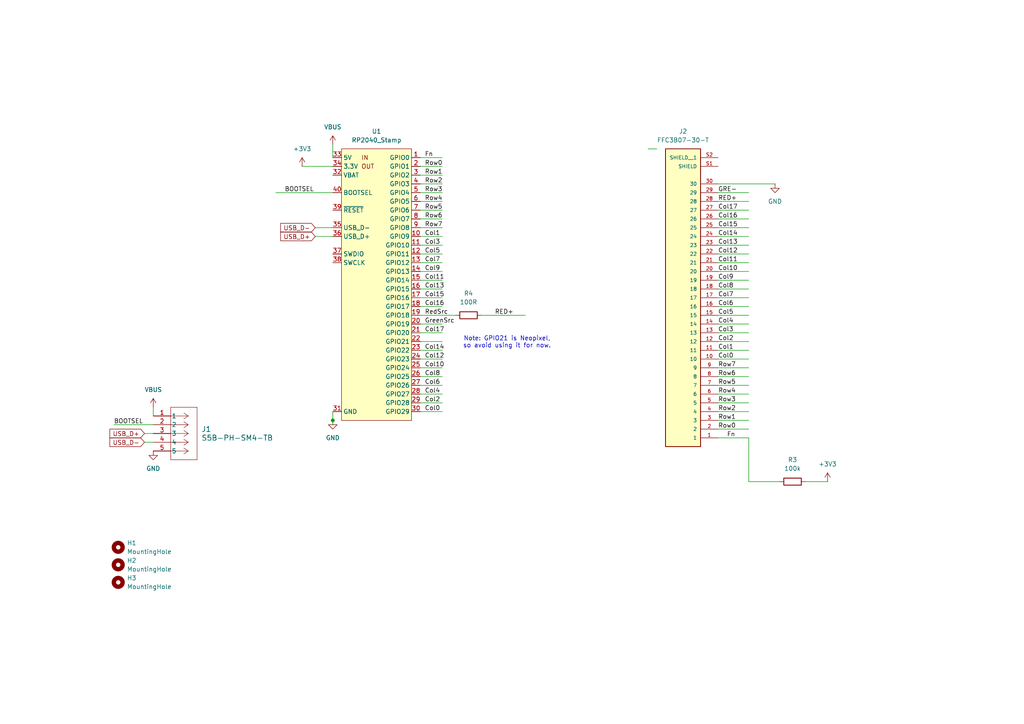
<source format=kicad_sch>
(kicad_sch (version 20231120) (generator "eeschema") (generator_version "8.0")
  (paper "A4")
  (lib_symbols
    (symbol "Device:R" (pin_numbers hide) (pin_names (offset 0))
      (property "Reference" "R" (at 2.032 0 90))
      (property "Value" "R" (at 0 0 90))
      (symbol "R_0_1"
        (rectangle (start -1.016 -2.54) (end 1.016 2.54) (stroke (width 0.254)))
      )
      (symbol "R_1_1"
        (pin passive line (at 0 3.81 270) (length 1.27) (name "~") (number "1"))
        (pin passive line (at 0 -3.81 90) (length 1.27) (name "~") (number "2"))
      )
    )
    (symbol "Mechanical:MountingHole" (pin_names (offset 1.016)) (exclude_from_sim yes) (in_bom no)
      (property "Reference" "H" (at 0 5.08 0))
      (property "Value" "MountingHole" (at 0 3.175 0))
      (symbol "MountingHole_0_1"
        (circle (center 0 0) (radius 1.27) (stroke (width 1.27)))
      )
    )
    (symbol "connector:FFC3B07-30-T" (pin_names (offset 1.016))
      (property "Reference" "J" (at -5.08 41.402 0))
      (property "Value" "FFC3B07-30-T" (at -5.08 -48.26 0))
      (symbol "FFC3B07-30-T_0_0"
        (rectangle (start -5.08 -45.72) (end 5.08 40.64) (stroke (width 0.254)) (fill (type background)))
        (pin passive line (at -10.16 38.1 0) (length 5.08) (name "1") (number "1"))
        (pin passive line (at -10.16 15.24 0) (length 5.08) (name "10") (number "10"))
        (pin passive line (at -10.16 12.7 0) (length 5.08) (name "11") (number "11"))
        (pin passive line (at -10.16 10.16 0) (length 5.08) (name "12") (number "12"))
        (pin passive line (at -10.16 7.62 0) (length 5.08) (name "13") (number "13"))
        (pin passive line (at -10.16 5.08 0) (length 5.08) (name "14") (number "14"))
        (pin passive line (at -10.16 2.54 0) (length 5.08) (name "15") (number "15"))
        (pin passive line (at -10.16 0 0) (length 5.08) (name "16") (number "16"))
        (pin passive line (at -10.16 -2.54 0) (length 5.08) (name "17") (number "17"))
        (pin passive line (at -10.16 -5.08 0) (length 5.08) (name "18") (number "18"))
        (pin passive line (at -10.16 -7.62 0) (length 5.08) (name "19") (number "19"))
        (pin passive line (at -10.16 35.56 0) (length 5.08) (name "2") (number "2"))
        (pin passive line (at -10.16 -10.16 0) (length 5.08) (name "20") (number "20"))
        (pin passive line (at -10.16 -12.7 0) (length 5.08) (name "21") (number "21"))
        (pin passive line (at -10.16 -15.24 0) (length 5.08) (name "22") (number "22"))
        (pin passive line (at -10.16 -17.78 0) (length 5.08) (name "23") (number "23"))
        (pin passive line (at -10.16 -20.32 0) (length 5.08) (name "24") (number "24"))
        (pin passive line (at -10.16 -22.86 0) (length 5.08) (name "25") (number "25"))
        (pin passive line (at -10.16 -25.4 0) (length 5.08) (name "26") (number "26"))
        (pin passive line (at -10.16 -27.94 0) (length 5.08) (name "27") (number "27"))
        (pin passive line (at -10.16 -30.48 0) (length 5.08) (name "28") (number "28"))
        (pin passive line (at -10.16 -33.02 0) (length 5.08) (name "29") (number "29"))
        (pin passive line (at -10.16 33.02 0) (length 5.08) (name "3") (number "3"))
        (pin passive line (at -10.16 -35.56 0) (length 5.08) (name "30") (number "30"))
        (pin passive line (at -10.16 30.48 0) (length 5.08) (name "4") (number "4"))
        (pin passive line (at -10.16 27.94 0) (length 5.08) (name "5") (number "5"))
        (pin passive line (at -10.16 25.4 0) (length 5.08) (name "6") (number "6"))
        (pin passive line (at -10.16 22.86 0) (length 5.08) (name "7") (number "7"))
        (pin passive line (at -10.16 20.32 0) (length 5.08) (name "8") (number "8"))
        (pin passive line (at -10.16 17.78 0) (length 5.08) (name "9") (number "9"))
        (pin passive line (at -10.16 -40.64 0) (length 5.08) (name "SHIELD") (number "S1"))
        (pin passive line (at -10.16 -43.18 0) (length 5.08) (name "SHIELD__1") (number "S2"))
      )
    )
    (symbol "connector:S5B-PH-SM4-TB" (pin_names (offset 0.254))
      (property "Reference" "J" (at 8.89 6.35 0))
      (property "Value" "S5B-PH-SM4-TB" (at 0 0 0))
      (symbol "S5B-PH-SM4-TB_1_1"
        (polyline (pts (xy 5.08 -12.7) (xy 12.7 -12.7)) (stroke (width 0.127)))
        (polyline (pts (xy 5.08 2.54) (xy 5.08 -12.7)) (stroke (width 0.127)))
        (polyline (pts (xy 10.16 -10.16) (xy 5.08 -10.16)) (stroke (width 0.127)))
        (polyline (pts (xy 10.16 -10.16) (xy 8.89 -11.0067)) (stroke (width 0.127)))
        (polyline (pts (xy 10.16 -10.16) (xy 8.89 -9.3133)) (stroke (width 0.127)))
        (polyline (pts (xy 10.16 -7.62) (xy 5.08 -7.62)) (stroke (width 0.127)))
        (polyline (pts (xy 10.16 -7.62) (xy 8.89 -8.4667)) (stroke (width 0.127)))
        (polyline (pts (xy 10.16 -7.62) (xy 8.89 -6.7733)) (stroke (width 0.127)))
        (polyline (pts (xy 10.16 -5.08) (xy 5.08 -5.08)) (stroke (width 0.127)))
        (polyline (pts (xy 10.16 -5.08) (xy 8.89 -5.9267)) (stroke (width 0.127)))
        (polyline (pts (xy 10.16 -5.08) (xy 8.89 -4.2333)) (stroke (width 0.127)))
        (polyline (pts (xy 10.16 -2.54) (xy 5.08 -2.54)) (stroke (width 0.127)))
        (polyline (pts (xy 10.16 -2.54) (xy 8.89 -3.3867)) (stroke (width 0.127)))
        (polyline (pts (xy 10.16 -2.54) (xy 8.89 -1.6933)) (stroke (width 0.127)))
        (polyline (pts (xy 10.16 0) (xy 5.08 0)) (stroke (width 0.127)))
        (polyline (pts (xy 10.16 0) (xy 8.89 -0.8467)) (stroke (width 0.127)))
        (polyline (pts (xy 10.16 0) (xy 8.89 0.8467)) (stroke (width 0.127)))
        (polyline (pts (xy 12.7 -12.7) (xy 12.7 2.54)) (stroke (width 0.127)))
        (polyline (pts (xy 12.7 2.54) (xy 5.08 2.54)) (stroke (width 0.127)))
        (pin unspecified line (at 0 0 0) (length 5.08) (name "1") (number "1"))
        (pin unspecified line (at 0 -2.54 0) (length 5.08) (name "2") (number "2"))
        (pin unspecified line (at 0 -5.08 0) (length 5.08) (name "3") (number "3"))
        (pin unspecified line (at 0 -7.62 0) (length 5.08) (name "4") (number "4"))
        (pin unspecified line (at 0 -10.16 0) (length 5.08) (name "5") (number "5"))
      )
      (symbol "S5B-PH-SM4-TB_1_2"
        (polyline (pts (xy 5.08 -12.7) (xy 12.7 -12.7)) (stroke (width 0.127)))
        (polyline (pts (xy 5.08 2.54) (xy 5.08 -12.7)) (stroke (width 0.127)))
        (polyline (pts (xy 7.62 -10.16) (xy 5.08 -10.16)) (stroke (width 0.127)))
        (polyline (pts (xy 7.62 -10.16) (xy 8.89 -11.0067)) (stroke (width 0.127)))
        (polyline (pts (xy 7.62 -10.16) (xy 8.89 -9.3133)) (stroke (width 0.127)))
        (polyline (pts (xy 7.62 -7.62) (xy 5.08 -7.62)) (stroke (width 0.127)))
        (polyline (pts (xy 7.62 -7.62) (xy 8.89 -8.4667)) (stroke (width 0.127)))
        (polyline (pts (xy 7.62 -7.62) (xy 8.89 -6.7733)) (stroke (width 0.127)))
        (polyline (pts (xy 7.62 -5.08) (xy 5.08 -5.08)) (stroke (width 0.127)))
        (polyline (pts (xy 7.62 -5.08) (xy 8.89 -5.9267)) (stroke (width 0.127)))
        (polyline (pts (xy 7.62 -5.08) (xy 8.89 -4.2333)) (stroke (width 0.127)))
        (polyline (pts (xy 7.62 -2.54) (xy 5.08 -2.54)) (stroke (width 0.127)))
        (polyline (pts (xy 7.62 -2.54) (xy 8.89 -3.3867)) (stroke (width 0.127)))
        (polyline (pts (xy 7.62 -2.54) (xy 8.89 -1.6933)) (stroke (width 0.127)))
        (polyline (pts (xy 7.62 0) (xy 5.08 0)) (stroke (width 0.127)))
        (polyline (pts (xy 7.62 0) (xy 8.89 -0.8467)) (stroke (width 0.127)))
        (polyline (pts (xy 7.62 0) (xy 8.89 0.8467)) (stroke (width 0.127)))
        (polyline (pts (xy 12.7 -12.7) (xy 12.7 2.54)) (stroke (width 0.127)))
        (polyline (pts (xy 12.7 2.54) (xy 5.08 2.54)) (stroke (width 0.127)))
        (pin unspecified line (at 0 0 0) (length 5.08) (name "1") (number "1"))
        (pin unspecified line (at 0 -2.54 0) (length 5.08) (name "2") (number "2"))
        (pin unspecified line (at 0 -5.08 0) (length 5.08) (name "3") (number "3"))
        (pin unspecified line (at 0 -7.62 0) (length 5.08) (name "4") (number "4"))
        (pin unspecified line (at 0 -10.16 0) (length 5.08) (name "5") (number "5"))
      )
    )
    (symbol "power:+3V3" (power) (pin_numbers hide) (pin_names (offset 0) hide)
      (property "Value" "+3V3" (at 0 3.556 0))
      (symbol "+3V3_0_1"
        (polyline (pts (xy -0.762 1.27) (xy 0 2.54)))
        (polyline (pts (xy 0 0) (xy 0 2.54)))
        (polyline (pts (xy 0 2.54) (xy 0.762 1.27)))
      )
      (symbol "+3V3_1_1"
        (pin power_in line (at 0 0 90) (length 0) (name "~") (number "1"))
      )
    )
    (symbol "power:GND" (power) (pin_numbers hide) (pin_names (offset 0) hide)
      (property "Value" "GND" (at 0 -3.81 0))
      (symbol "GND_0_1"
        (polyline (pts (xy 0 0) (xy 0 -1.27) (xy 1.27 -1.27) (xy 0 -2.54) (xy -1.27 -1.27) (xy 0 -1.27)))
      )
      (symbol "GND_1_1"
        (pin power_in line (at 0 0 270) (length 0) (name "~") (number "1"))
      )
    )
    (symbol "power:VBUS" (power) (pin_numbers hide) (pin_names (offset 0) hide)
      (property "Value" "VBUS" (at 0 3.556 0))
      (symbol "VBUS_0_1"
        (polyline (pts (xy -0.762 1.27) (xy 0 2.54)))
        (polyline (pts (xy 0 0) (xy 0 2.54)))
        (polyline (pts (xy 0 2.54) (xy 0.762 1.27)))
      )
      (symbol "VBUS_1_1"
        (pin power_in line (at 0 0 90) (length 0) (name "~") (number "1"))
      )
    )
    (symbol "sbc:RP2040_Stamp"
      (property "Reference" "U" (at 10.16 43.18 0))
      (property "Value" "RP2040_Stamp" (at 0 -38.1 0))
      (symbol "RP2040_Stamp_0_0"
        (text "IN" (at -4.445 39.37 0) (effects (font (size 1.27 1.27)) (justify left)))
        (text "OUT" (at -4.445 36.83 0) (effects (font (size 1.27 1.27)) (justify left)))
        (pin bidirectional line (at 12.7 39.37 180) (length 2.54) (name "GPIO0") (number "1"))
        (pin bidirectional line (at 12.7 16.51 180) (length 2.54) (name "GPIO9") (number "10"))
        (pin bidirectional line (at 12.7 13.97 180) (length 2.54) (name "GPIO10") (number "11"))
        (pin bidirectional line (at 12.7 11.43 180) (length 2.54) (name "GPIO11") (number "12"))
        (pin bidirectional line (at 12.7 8.89 180) (length 2.54) (name "GPIO12") (number "13"))
        (pin bidirectional line (at 12.7 6.35 180) (length 2.54) (name "GPIO13") (number "14"))
        (pin bidirectional line (at 12.7 3.81 180) (length 2.54) (name "GPIO14") (number "15"))
        (pin bidirectional line (at 12.7 1.27 180) (length 2.54) (name "GPIO15") (number "16"))
        (pin bidirectional line (at 12.7 -1.27 180) (length 2.54) (name "GPIO16") (number "17"))
        (pin bidirectional line (at 12.7 -3.81 180) (length 2.54) (name "GPIO17") (number "18"))
        (pin bidirectional line (at 12.7 -6.35 180) (length 2.54) (name "GPIO18") (number "19"))
        (pin bidirectional line (at 12.7 36.83 180) (length 2.54) (name "GPIO1") (number "2"))
        (pin bidirectional line (at 12.7 -8.89 180) (length 2.54) (name "GPIO19") (number "20"))
        (pin bidirectional line (at 12.7 -11.43 180) (length 2.54) (name "GPIO20") (number "21"))
        (pin bidirectional line (at 12.7 -13.97 180) (length 2.54) (name "GPIO21") (number "22"))
        (pin bidirectional line (at 12.7 -16.51 180) (length 2.54) (name "GPIO22") (number "23"))
        (pin bidirectional line (at 12.7 -19.05 180) (length 2.54) (name "GPIO23") (number "24"))
        (pin bidirectional line (at 12.7 -21.59 180) (length 2.54) (name "GPIO24") (number "25"))
        (pin bidirectional line (at 12.7 -24.13 180) (length 2.54) (name "GPIO25") (number "26"))
        (pin bidirectional line (at 12.7 -26.67 180) (length 2.54) (name "GPIO26") (number "27"))
        (pin bidirectional line (at 12.7 -29.21 180) (length 2.54) (name "GPIO27") (number "28"))
        (pin bidirectional line (at 12.7 -31.75 180) (length 2.54) (name "GPIO28") (number "29"))
        (pin bidirectional line (at 12.7 34.29 180) (length 2.54) (name "GPIO2") (number "3"))
        (pin bidirectional line (at 12.7 -34.29 180) (length 2.54) (name "GPIO29") (number "30"))
        (pin power_in line (at -12.7 -34.29 0) (length 2.54) (name "GND") (number "31"))
        (pin power_in line (at -12.7 34.29 0) (length 2.54) (name "VBAT") (number "32"))
        (pin power_in line (at -12.7 39.37 0) (length 2.54) (name "5V") (number "33"))
        (pin power_out line (at -12.7 36.83 0) (length 2.54) (name "3.3V") (number "34"))
        (pin bidirectional line (at -12.7 19.05 0) (length 2.54) (name "USB_D-") (number "35"))
        (pin bidirectional line (at -12.7 16.51 0) (length 2.54) (name "USB_D+") (number "36"))
        (pin bidirectional line (at -12.7 11.43 0) (length 2.54) (name "SWDIO") (number "37"))
        (pin input line (at -12.7 8.89 0) (length 2.54) (name "SWCLK") (number "38"))
        (pin bidirectional line (at -12.7 24.13 0) (length 2.54) (name "~{RESET}") (number "39"))
        (pin bidirectional line (at 12.7 31.75 180) (length 2.54) (name "GPIO3") (number "4"))
        (pin input line (at -12.7 29.21 0) (length 2.54) (name "BOOTSEL") (number "40"))
        (pin bidirectional line (at 12.7 29.21 180) (length 2.54) (name "GPIO4") (number "5"))
        (pin bidirectional line (at 12.7 26.67 180) (length 2.54) (name "GPIO5") (number "6"))
        (pin bidirectional line (at 12.7 24.13 180) (length 2.54) (name "GPIO6") (number "7"))
        (pin bidirectional line (at 12.7 21.59 180) (length 2.54) (name "GPIO7") (number "8"))
        (pin bidirectional line (at 12.7 19.05 180) (length 2.54) (name "GPIO8") (number "9"))
      )
      (symbol "RP2040_Stamp_0_1"
        (rectangle (start -10.16 41.91) (end 10.16 -36.83) (stroke (width 0.1524)) (fill (type background)))
      )
    )
  )
  (junction (at 96.52 121.92))
  (wire (pts (xy 208.28 73.66) (xy 217.17 73.66)))
  (wire (pts (xy 96.52 119.38) (xy 96.52 121.92)))
  (wire (pts (xy 208.28 96.52) (xy 217.17 96.52)))
  (wire (pts (xy 208.28 83.82) (xy 217.17 83.82)))
  (wire (pts (xy 121.92 93.98) (xy 128.27 93.98)))
  (wire (pts (xy 187.96 43.18) (xy 190.5 43.18)))
  (wire (pts (xy 121.92 83.82) (xy 128.27 83.82)))
  (wire (pts (xy 208.28 76.2) (xy 217.17 76.2)))
  (wire (pts (xy 217.17 127) (xy 217.17 139.7)))
  (wire (pts (xy 121.92 53.34) (xy 128.27 53.34)))
  (wire (pts (xy 208.28 104.14) (xy 217.17 104.14)))
  (wire (pts (xy 44.45 118.11) (xy 44.45 120.65)))
  (wire (pts (xy 208.28 124.46) (xy 217.17 124.46)))
  (wire (pts (xy 121.92 114.3) (xy 128.27 114.3)))
  (wire (pts (xy 121.92 58.42) (xy 128.27 58.42)))
  (wire (pts (xy 208.28 101.6) (xy 217.17 101.6)))
  (wire (pts (xy 208.28 58.42) (xy 217.17 58.42)))
  (wire (pts (xy 121.92 63.5) (xy 128.27 63.5)))
  (wire (pts (xy 121.92 66.04) (xy 128.27 66.04)))
  (wire (pts (xy 121.92 88.9) (xy 128.27 88.9)))
  (wire (pts (xy 139.7 91.44) (xy 152.4 91.44)))
  (wire (pts (xy 208.28 81.28) (xy 217.17 81.28)))
  (wire (pts (xy 208.28 66.04) (xy 217.17 66.04)))
  (wire (pts (xy 217.17 139.7) (xy 226.06 139.7)))
  (wire (pts (xy 121.92 76.2) (xy 128.27 76.2)))
  (wire (pts (xy 121.92 55.88) (xy 128.27 55.88)))
  (wire (pts (xy 208.28 109.22) (xy 217.17 109.22)))
  (wire (pts (xy 121.92 109.22) (xy 128.27 109.22)))
  (wire (pts (xy 208.28 114.3) (xy 217.17 114.3)))
  (wire (pts (xy 96.52 121.92) (xy 96.52 123.19)))
  (wire (pts (xy 208.28 93.98) (xy 217.17 93.98)))
  (wire (pts (xy 91.44 66.04) (xy 96.52 66.04)))
  (wire (pts (xy 121.92 48.26) (xy 128.27 48.26)))
  (wire (pts (xy 208.28 55.88) (xy 217.17 55.88)))
  (wire (pts (xy 121.92 45.72) (xy 128.27 45.72)))
  (wire (pts (xy 121.92 81.28) (xy 128.27 81.28)))
  (wire (pts (xy 121.92 60.96) (xy 128.27 60.96)))
  (wire (pts (xy 208.28 91.44) (xy 217.17 91.44)))
  (wire (pts (xy 91.44 68.58) (xy 96.52 68.58)))
  (wire (pts (xy 208.28 116.84) (xy 217.17 116.84)))
  (wire (pts (xy 208.28 63.5) (xy 217.17 63.5)))
  (wire (pts (xy 121.92 86.36) (xy 128.27 86.36)))
  (wire (pts (xy 121.92 71.12) (xy 128.27 71.12)))
  (wire (pts (xy 41.91 128.27) (xy 44.45 128.27)))
  (wire (pts (xy 208.28 86.36) (xy 217.17 86.36)))
  (wire (pts (xy 233.68 139.7) (xy 240.03 139.7)))
  (wire (pts (xy 208.28 127) (xy 217.17 127)))
  (wire (pts (xy 208.28 60.96) (xy 217.17 60.96)))
  (wire (pts (xy 33.02 123.19) (xy 44.45 123.19)))
  (wire (pts (xy 208.28 99.06) (xy 217.17 99.06)))
  (wire (pts (xy 208.28 71.12) (xy 217.17 71.12)))
  (wire (pts (xy 121.92 101.6) (xy 128.27 101.6)))
  (wire (pts (xy 121.92 106.68) (xy 128.27 106.68)))
  (wire (pts (xy 121.92 99.06) (xy 128.27 99.06)))
  (wire (pts (xy 208.28 121.92) (xy 217.17 121.92)))
  (wire (pts (xy 121.92 119.38) (xy 128.27 119.38)))
  (wire (pts (xy 208.28 111.76) (xy 217.17 111.76)))
  (wire (pts (xy 121.92 116.84) (xy 128.27 116.84)))
  (wire (pts (xy 224.79 53.34) (xy 208.28 53.34)))
  (wire (pts (xy 208.28 106.68) (xy 217.17 106.68)))
  (wire (pts (xy 121.92 111.76) (xy 128.27 111.76)))
  (wire (pts (xy 208.28 68.58) (xy 217.17 68.58)))
  (wire (pts (xy 121.92 68.58) (xy 128.27 68.58)))
  (wire (pts (xy 96.52 41.91) (xy 96.52 45.72)))
  (wire (pts (xy 208.28 88.9) (xy 217.17 88.9)))
  (wire (pts (xy 208.28 78.74) (xy 217.17 78.74)))
  (wire (pts (xy 80.01 55.88) (xy 96.52 55.88)))
  (wire (pts (xy 121.92 50.8) (xy 128.27 50.8)))
  (wire (pts (xy 87.63 48.26) (xy 96.52 48.26)))
  (wire (pts (xy 121.92 73.66) (xy 128.27 73.66)))
  (wire (pts (xy 41.91 125.73) (xy 44.45 125.73)))
  (wire (pts (xy 208.28 119.38) (xy 217.17 119.38)))
  (wire (pts (xy 121.92 78.74) (xy 128.27 78.74)))
  (wire (pts (xy 121.92 104.14) (xy 128.27 104.14)))
  (wire (pts (xy 121.92 96.52) (xy 128.27 96.52)))
  (wire (pts (xy 121.92 91.44) (xy 132.08 91.44)))
  (text "Note: GPIO21 is Neopixel,\nso avoid using it for now." (at 147.066 99.314 0) (effects (font (size 1.27 1.27))))
  (label "Col9" (at 123.19 78.74 0))
  (label "Col16" (at 208.28 63.5 0))
  (label "Col17" (at 208.28 60.96 0))
  (label "Col2" (at 208.28 99.06 0))
  (label "Row6" (at 123.19 63.5 0))
  (label "Col3" (at 123.19 71.12 0))
  (label "Col0" (at 123.19 119.38 0))
  (label "Col2" (at 123.19 116.84 0))
  (label "Row7" (at 123.19 66.04 0))
  (label "Col15" (at 208.28 66.04 0))
  (label "Col16" (at 123.19 88.9 0))
  (label "Col6" (at 123.19 111.76 0))
  (label "Row7" (at 208.28 106.68 0))
  (label "RED+" (at 143.51 91.44 0))
  (label "Col1" (at 123.19 68.58 0))
  (label "Col11" (at 208.28 76.2 0))
  (label "Col8" (at 123.19 109.22 0))
  (label "Col0" (at 208.28 104.14 0))
  (label "Col4" (at 208.28 93.98 0))
  (label "BOOTSEL" (at 33.02 123.19 0))
  (label "Row1" (at 123.19 50.8 0))
  (label "Col13" (at 123.19 83.82 0))
  (label "Col7" (at 208.28 86.36 0))
  (label "Col1" (at 208.28 101.6 0))
  (label "RED+" (at 208.28 58.42 0))
  (label "Row3" (at 208.28 116.84 0))
  (label "Col12" (at 208.28 73.66 0))
  (label "RedSrc" (at 123.19 91.44 0))
  (label "Col7" (at 123.19 76.2 0))
  (label "Col8" (at 208.28 83.82 0))
  (label "Row1" (at 208.28 121.92 0))
  (label "Row0" (at 123.19 48.26 0))
  (label "Row6" (at 208.28 109.22 0))
  (label "Col14" (at 208.28 68.58 0))
  (label "Col10" (at 123.19 106.68 0))
  (label "BOOTSEL" (at 82.55 55.88 0))
  (label "Col3" (at 208.28 96.52 0))
  (label "Fn" (at 123.19 45.72 0))
  (label "Row4" (at 208.28 114.3 0))
  (label "GreenSrc" (at 123.19 93.98 0))
  (label "Col6" (at 208.28 88.9 0))
  (label "Col9" (at 208.28 81.28 0))
  (label "Row2" (at 208.28 119.38 0))
  (label "Col11" (at 123.19 81.28 0))
  (label "Col12" (at 123.19 104.14 0))
  (label "Fn" (at 210.82 127 0))
  (label "Row5" (at 123.19 60.96 0))
  (label "Col5" (at 123.19 73.66 0))
  (label "Col13" (at 208.28 71.12 0))
  (label "Row2" (at 123.19 53.34 0))
  (label "Row0" (at 208.28 124.46 0))
  (label "Row3" (at 123.19 55.88 0))
  (label "Col5" (at 208.28 91.44 0))
  (label "Col15" (at 123.19 86.36 0))
  (label "GRE-" (at 208.28 55.88 0))
  (label "Col14" (at 123.19 101.6 0))
  (label "Col17" (at 123.19 96.52 0))
  (label "Row5" (at 208.28 111.76 0))
  (label "Col4" (at 123.19 114.3 0))
  (label "Col10" (at 208.28 78.74 0))
  (label "Row4" (at 123.19 58.42 0))
  (global_label "USB_D-" (shape input) (at 91.44 66.04 180) (property "Intersheetrefs" "${INTERSHEET_REFS}" (effects (hide yes))))
  (global_label "USB_D+" (shape input) (at 41.91 125.73 180) (property "Intersheetrefs" "${INTERSHEET_REFS}" (effects (hide yes))))
  (global_label "USB_D-" (shape input) (at 41.91 128.27 180) (property "Intersheetrefs" "${INTERSHEET_REFS}" (effects (hide yes))))
  (global_label "USB_D+" (shape input) (at 91.44 68.58 180) (property "Intersheetrefs" "${INTERSHEET_REFS}" (effects (hide yes))))
  (symbol (lib_id "power:GND") (at 224.79 53.34 0) (unit 1)
    (property "Reference" "#PWR08" (effects (hide yes)))
    (property "Value" "GND" (at 224.79 58.42 0))
    (property "Description" "Power symbol creates a global label with name \"GND\" , ground" (effects (hide yes)))
  )
  (symbol (lib_id "Mechanical:MountingHole") (at 34.29 163.83 0) (unit 1) (exclude_from_sim yes) (in_bom no)
    (property "Reference" "H2" (at 36.83 162.5599 0) (effects (justify left)))
    (property "Value" "MountingHole" (at 36.83 165.0999 0) (effects (justify left)))
    (property "Footprint" "MountingHole:MountingHole_2.2mm_M2" (effects (hide yes)))
    (property "Description" "Mounting Hole without connection" (effects (hide yes)))
  )
  (symbol (lib_id "Device:R") (at 229.87 139.7 90) (unit 1)
    (property "Reference" "R3" (at 229.87 133.35 90))
    (property "Value" "100k" (at 229.87 135.89 90))
    (property "Footprint" "Resistor_SMD:R_1206_3216Metric_Pad1.30x1.75mm_HandSolder" (effects (hide yes)))
    (property "Description" "Resistor" (effects (hide yes)))
  )
  (symbol (lib_id "connector:FFC3B07-30-T") (at 198.12 88.9 180) (unit 1)
    (property "Reference" "J2" (at 198.12 38.1 0))
    (property "Value" "FFC3B07-30-T" (at 198.12 40.64 0))
    (property "Footprint" "connector:FFC3B07_30_T" (effects (hide yes)))
    (property "PARTREV" "A" (effects (hide yes)))
    (property "STANDARD" "Manufacturer Recommendations" (effects (hide yes)))
    (property "MAXIMUM_PACKAGE_HEIGHT" "2.5mm" (effects (hide yes)))
    (property "MANUFACTURER" "GCT" (effects (hide yes)))
  )
  (symbol (lib_id "Mechanical:MountingHole") (at 34.29 158.75 0) (unit 1) (exclude_from_sim yes) (in_bom no)
    (property "Reference" "H1" (at 36.83 157.4799 0) (effects (justify left)))
    (property "Value" "MountingHole" (at 36.83 160.0199 0) (effects (justify left)))
    (property "Footprint" "MountingHole:MountingHole_2.2mm_M2" (effects (hide yes)))
    (property "Description" "Mounting Hole without connection" (effects (hide yes)))
  )
  (symbol (lib_id "power:+3V3") (at 87.63 48.26 0) (unit 1)
    (property "Reference" "#PWR05" (effects (hide yes)))
    (property "Value" "+3V3" (at 87.63 43.18 0))
    (property "Description" "Power symbol creates a global label with name \"+3V3\"" (effects (hide yes)))
  )
  (symbol (lib_id "power:+3V3") (at 240.03 139.7 0) (unit 1)
    (property "Reference" "#PWR09" (effects (hide yes)))
    (property "Value" "+3V3" (at 240.03 134.62 0))
    (property "Description" "Power symbol creates a global label with name \"+3V3\"" (effects (hide yes)))
  )
  (symbol (lib_id "power:VBUS") (at 44.45 118.11 0) (unit 1)
    (property "Reference" "#PWR03" (effects (hide yes)))
    (property "Value" "VBUS" (at 44.45 113.03 0))
    (property "Description" "Power symbol creates a global label with name \"VBUS\"" (effects (hide yes)))
  )
  (symbol (lib_id "power:VBUS") (at 96.52 41.91 0) (unit 1)
    (property "Reference" "#PWR06" (effects (hide yes)))
    (property "Value" "VBUS" (at 96.52 36.83 0))
    (property "Description" "Power symbol creates a global label with name \"VBUS\"" (effects (hide yes)))
  )
  (symbol (lib_id "power:GND") (at 44.45 130.81 0) (unit 1)
    (property "Reference" "#PWR04" (effects (hide yes)))
    (property "Value" "GND" (at 44.45 135.89 0))
    (property "Description" "Power symbol creates a global label with name \"GND\" , ground" (effects (hide yes)))
  )
  (symbol (lib_id "connector:S5B-PH-SM4-TB") (at 44.45 120.65 0) (unit 1)
    (property "Reference" "J1" (at 58.42 124.4599 0) (effects (font (size 1.524 1.524)) (justify left)))
    (property "Value" "S5B-PH-SM4-TB" (at 58.42 126.9999 0) (effects (font (size 1.524 1.524)) (justify left)))
    (property "Footprint" "connector:S5B_PH_SM4_TB" (effects (hide yes)))
    (property "Datasheet" "S5B-PH-SM4-TB" (effects (hide yes)))
  )
  (symbol (lib_id "sbc:RP2040_Stamp") (at 109.22 85.09 0) (unit 1) (in_bom no)
    (property "Reference" "U1" (at 109.22 38.1 0))
    (property "Value" "RP2040_Stamp" (at 109.22 40.64 0))
    (property "Footprint" "sbc:RP2040_Stamp" (effects (hide yes)))
  )
  (symbol (lib_id "power:GND") (at 96.52 121.92 0) (unit 1)
    (property "Reference" "#PWR07" (effects (hide yes)))
    (property "Value" "GND" (at 96.52 127 0))
    (property "Description" "Power symbol creates a global label with name \"GND\" , ground" (effects (hide yes)))
  )
  (symbol (lib_id "Device:R") (at 135.89 91.44 90) (unit 1)
    (property "Reference" "R4" (at 135.89 85.09 90))
    (property "Value" "100R" (at 135.89 87.63 90))
    (property "Footprint" "Resistor_SMD:R_1206_3216Metric_Pad1.30x1.75mm_HandSolder" (effects (hide yes)))
    (property "Description" "Resistor" (effects (hide yes)))
  )
  (symbol (lib_id "Mechanical:MountingHole") (at 34.29 168.91 0) (unit 1) (exclude_from_sim yes) (in_bom no)
    (property "Reference" "H3" (at 36.83 167.6399 0) (effects (justify left)))
    (property "Value" "MountingHole" (at 36.83 170.1799 0) (effects (justify left)))
    (property "Footprint" "MountingHole:MountingHole_2.7mm" (effects (hide yes)))
    (property "Description" "Mounting Hole without connection" (effects (hide yes)))
  )
)
</source>
